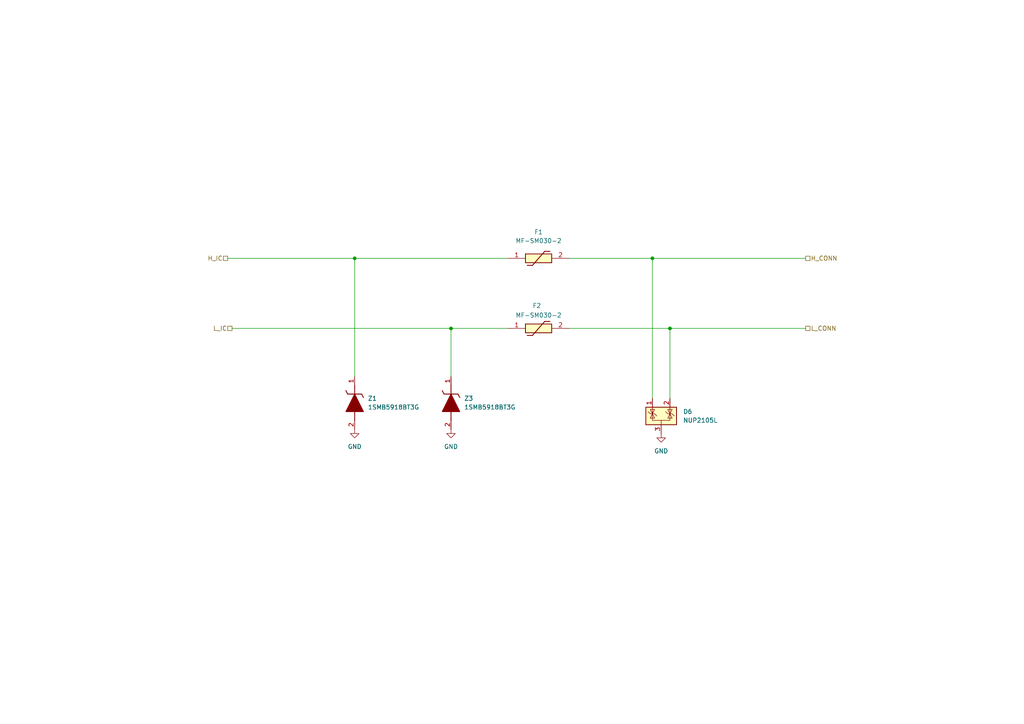
<source format=kicad_sch>
(kicad_sch (version 20250114) (generator "eeschema") (generator_version "9.0")
  (paper "A4")
  (title_block (title "Maritime Hacking Village") (date "2025") (rev "1") (company "DC33"))
  (lib_symbols
    (symbol "Library:1SMB5918BT3G" (pin_names (hide yes))
      (property "Reference" "Z" (at 10.16 8.89 0))
      (property "Value" "1SMB5918BT3G" (at 10.16 6.35 0))
      (symbol "1SMB5918BT3G_1_1"
        (polyline (pts (xy 2.54 0) (xy 5.08 0)) (stroke (width 0.254)))
        (polyline (pts (xy 4.064 -2.54) (xy 5.08 -2.032)) (stroke (width 0.254)))
        (polyline (pts (xy 5.08 2.032) (xy 5.08 -2.032)) (stroke (width 0.254)))
        (polyline (pts (xy 5.08 2.032) (xy 6.096 2.54)) (stroke (width 0.254)))
        (polyline (pts (xy 5.08 0) (xy 10.16 2.54) (xy 10.16 -2.54) (xy 5.08 0)) (stroke (width 0.254)) (fill (type outline)))
        (polyline (pts (xy 12.7 0) (xy 10.16 0)) (stroke (width 0.254)))
        (pin passive line (at 0 0 0) (length 2.54) (name "K") (number "1"))
        (pin passive line (at 15.24 0 180) (length 2.54) (name "A") (number "2"))
      )
    )
    (symbol "Library:MF-SM030-2" (pin_names (hide yes))
      (property "Reference" "F" (at 13.97 6.35 0))
      (property "Value" "MF-SM030-2" (at 13.97 3.81 0))
      (symbol "MF-SM030-2_1_1"
        (rectangle (start 5.08 1.27) (end 12.7 -1.27) (stroke (width 0.254)) (fill (type background)))
        (polyline (pts (xy 5.588 -2.032) (xy 7.112 -2.032)) (stroke (width 0.254)))
        (polyline (pts (xy 10.668 2.032) (xy 7.112 -2.032)) (stroke (width 0.254)))
        (polyline (pts (xy 10.668 2.032) (xy 12.192 2.032)) (stroke (width 0.254)))
        (pin passive line (at 0 0 0) (length 5.08) (name "1") (number "1"))
        (pin passive line (at 17.78 0 180) (length 5.08) (name "2") (number "2"))
      )
    )
    (symbol "Library:NUP2105L" (pin_names (hide yes))
      (property "Reference" "D" (at 5.715 2.54 0))
      (property "Value" "NUP2105L" (at 5.715 0.635 0))
      (symbol "NUP2105L_0_0"
        (pin passive line (at 0 -5.08 90) (length 2.54) (name "A") (number "3"))
      )
      (symbol "NUP2105L_0_1"
        (rectangle (start -4.445 2.54) (end 4.445 -2.54) (stroke (width 0.254)) (fill (type background)))
        (polyline (pts (xy -3.81 1.27) (xy -3.175 0.635) (xy -1.905 0.635) (xy -1.27 0)))
        (polyline (pts (xy -2.54 2.54) (xy -2.54 0.635)))
        (polyline (pts (xy -2.54 0.635) (xy -2.54 -1.27) (xy 2.54 -1.27) (xy 2.54 0.635)))
        (polyline (pts (xy -2.54 0.635) (xy -1.905 -0.635) (xy -3.175 -0.635) (xy -2.54 0.635)))
        (polyline (pts (xy -2.54 0.635) (xy -3.175 1.905) (xy -1.905 1.905) (xy -2.54 0.635) (xy -2.54 1.27)))
        (polyline (pts (xy 0 -1.27) (xy 0 -2.54)))
        (polyline (pts (xy 1.27 1.27) (xy 1.905 0.635) (xy 2.54 0.635) (xy 3.175 0.635) (xy 3.81 0)))
        (polyline (pts (xy 2.54 2.54) (xy 2.54 0.635)))
        (polyline (pts (xy 2.54 0.635) (xy 1.905 -0.635) (xy 3.175 -0.635) (xy 2.54 0.635)))
        (polyline (pts (xy 2.54 0.635) (xy 3.175 1.905) (xy 1.905 1.905) (xy 2.54 0.635)))
      )
      (symbol "NUP2105L_1_1"
        (pin passive line (at -2.54 5.08 270) (length 2.54) (name "K") (number "1"))
        (pin passive line (at 2.54 5.08 270) (length 2.54) (name "K") (number "2"))
      )
    )
    (symbol "power:GND" (power) (pin_numbers (hide yes)) (pin_names (offset 0) (hide yes))
      (property "Value" "GND" (at 0 -3.81 0))
      (symbol "GND_0_1"
        (polyline (pts (xy 0 0) (xy 0 -1.27) (xy 1.27 -1.27) (xy 0 -2.54) (xy -1.27 -1.27) (xy 0 -1.27)))
      )
      (symbol "GND_1_1"
        (pin power_in line (at 0 0 270) (length 0) (name "~") (number "1"))
      )
    )
  )
  (junction (at 194.31 95.25))
  (junction (at 102.87 74.93))
  (junction (at 189.23 74.93))
  (junction (at 130.81 95.25))
  (wire (pts (xy 130.81 95.25) (xy 130.81 109.22)))
  (wire (pts (xy 189.23 74.93) (xy 189.23 115.57)))
  (wire (pts (xy 165.1 95.25) (xy 194.31 95.25)))
  (wire (pts (xy 102.87 74.93) (xy 147.32 74.93)))
  (wire (pts (xy 66.04 74.93) (xy 102.87 74.93)))
  (wire (pts (xy 102.87 74.93) (xy 102.87 109.22)))
  (wire (pts (xy 189.23 74.93) (xy 233.68 74.93)))
  (wire (pts (xy 67.31 95.25) (xy 130.81 95.25)))
  (wire (pts (xy 130.81 95.25) (xy 147.32 95.25)))
  (wire (pts (xy 194.31 95.25) (xy 194.31 115.57)))
  (wire (pts (xy 194.31 95.25) (xy 233.68 95.25)))
  (wire (pts (xy 165.1 74.93) (xy 189.23 74.93)))
  (hierarchical_label "H_IC" (shape passive) (at 66.04 74.93 180))
  (hierarchical_label "H_CONN" (shape passive) (at 233.68 74.93 0))
  (hierarchical_label "L_CONN" (shape passive) (at 233.68 95.25 0))
  (hierarchical_label "L_IC" (shape passive) (at 67.31 95.25 180))
  (symbol (lib_id "Library:1SMB5918BT3G") (at 102.87 109.22 270) (unit 1)
    (property "Reference" "Z1" (at 106.68 115.5699 90) (effects (justify left)))
    (property "Value" "1SMB5918BT3G" (at 106.68 118.1099 90) (effects (justify left)))
    (property "Footprint" "Library:DIOM5436X247N" (effects (hide yes)))
    (property "Datasheet" "https://www.onsemi.com/pub/Collateral/1SMB5913BT3-D.PDF" (effects (hide yes)))
    (property "Description" "DIODE ZENER 5.1V 3W SMB" (effects (hide yes)))
    (property "Height" "2.47" (effects (hide yes)))
    (property "Manufacturer" "onsemi" (effects (hide yes)))
    (property "Manufacturer Part Number" "1SMB5918BT3G" (effects (hide yes)))
    (instances (project "DC33" (path "" (reference "Z1") (unit 1)) (path "" (reference "Z4") (unit 1))))
  )
  (symbol (lib_id "Library:NUP2105L") (at 191.77 120.65 0) (unit 1)
    (property "Reference" "D6" (at 198.12 119.3799 0) (effects (justify left)))
    (property "Value" "NUP2105L" (at 198.12 121.9199 0) (effects (justify left)))
    (property "Footprint" "Package_TO_SOT_SMD:SOT-23" (effects (hide yes)))
    (property "Datasheet" "https://www.onsemi.com/pub_link/Collateral/NUP2105L-D.PDF" (effects (hide yes)))
    (property "Description" "TVS DIODE 24VWM 44VC SOT233" (effects (hide yes)))
    (property "Manufacturer" "onsemi" (effects (hide yes)))
    (property "Manufacturer Part Number" "NUP2105LT1G" (effects (hide yes)))
    (instances (project "DC33" (path "" (reference "D6") (unit 1)) (path "" (reference "D7") (unit 1))))
  )
  (symbol (lib_id "power:GND") (at 130.81 124.46 0) (unit 1)
    (property "Reference" "#PWR065" (effects (hide yes)))
    (property "Value" "GND" (at 130.81 129.54 0))
    (property "Description" "Power symbol creates a global label with name \"GND\" , ground" (effects (hide yes)))
    (instances (project "DC33" (path "" (reference "#PWR065") (unit 1)) (path "" (reference "#PWR068") (unit 1))))
  )
  (symbol (lib_id "power:GND") (at 191.77 125.73 0) (unit 1)
    (property "Reference" "#PWR066" (effects (hide yes)))
    (property "Value" "GND" (at 191.77 130.81 0))
    (property "Description" "Power symbol creates a global label with name \"GND\" , ground" (effects (hide yes)))
    (instances (project "DC33" (path "" (reference "#PWR066") (unit 1)) (path "" (reference "#PWR069") (unit 1))))
  )
  (symbol (lib_id "power:GND") (at 102.87 124.46 0) (unit 1)
    (property "Reference" "#PWR064" (effects (hide yes)))
    (property "Value" "GND" (at 102.87 129.54 0))
    (property "Description" "Power symbol creates a global label with name \"GND\" , ground" (effects (hide yes)))
    (instances (project "DC33" (path "" (reference "#PWR064") (unit 1)) (path "" (reference "#PWR067") (unit 1))))
  )
  (symbol (lib_id "Library:MF-SM030-2") (at 147.32 95.25 0) (unit 1)
    (property "Reference" "F2" (at 155.702 88.646 0))
    (property "Value" "MF-SM030-2" (at 156.21 91.44 0))
    (property "Footprint" "Library:MFSM0302" (effects (hide yes)))
    (property "Datasheet" "https://www.bourns.com/sitefinity/status?ReturnUrl=https%3a%2f%2fwww.bourns.com%2fdocs%2fProduct-Datasheets%2fmfsm.pdf" (effects (hide yes)))
    (property "Description" "PTC RESET FUSE 60V 300MA 2SMD" (effects (hide yes)))
    (property "Height" "3.18" (effects (hide yes)))
    (property "Manufacturer" "Bourns" (effects (hide yes)))
    (property "Manufacturer Part Number" "MF-SM030-2" (effects (hide yes)))
    (instances (project "DC33" (path "" (reference "F2") (unit 1)) (path "" (reference "F4") (unit 1))))
  )
  (symbol (lib_id "Library:MF-SM030-2") (at 147.32 74.93 0) (unit 1)
    (property "Reference" "F1" (at 156.21 67.31 0))
    (property "Value" "MF-SM030-2" (at 156.21 69.85 0))
    (property "Footprint" "Library:MFSM0302" (effects (hide yes)))
    (property "Datasheet" "https://www.bourns.com/sitefinity/status?ReturnUrl=https%3a%2f%2fwww.bourns.com%2fdocs%2fProduct-Datasheets%2fmfsm.pdf" (effects (hide yes)))
    (property "Description" "PTC RESET FUSE 60V 300MA 2SMD" (effects (hide yes)))
    (property "Height" "3.18" (effects (hide yes)))
    (property "Manufacturer" "Bourns" (effects (hide yes)))
    (property "Manufacturer Part Number" "MF-SM030-2" (effects (hide yes)))
    (instances (project "DC33" (path "" (reference "F1") (unit 1)) (path "" (reference "F3") (unit 1))))
  )
  (symbol (lib_id "Library:1SMB5918BT3G") (at 130.81 109.22 270) (unit 1)
    (property "Reference" "Z3" (at 134.62 115.5699 90) (effects (justify left)))
    (property "Value" "1SMB5918BT3G" (at 134.62 118.1099 90) (effects (justify left)))
    (property "Footprint" "Library:DIOM5436X247N" (effects (hide yes)))
    (property "Datasheet" "https://www.onsemi.com/pub/Collateral/1SMB5913BT3-D.PDF" (effects (hide yes)))
    (property "Description" "DIODE ZENER 5.1V 3W SMB" (effects (hide yes)))
    (property "Height" "2.47" (effects (hide yes)))
    (property "Manufacturer" "onsemi" (effects (hide yes)))
    (property "Manufacturer Part Number" "1SMB5918BT3G" (effects (hide yes)))
    (instances (project "DC33" (path "" (reference "Z3") (unit 1)) (path "" (reference "Z2") (unit 1))))
  )
)
</source>
